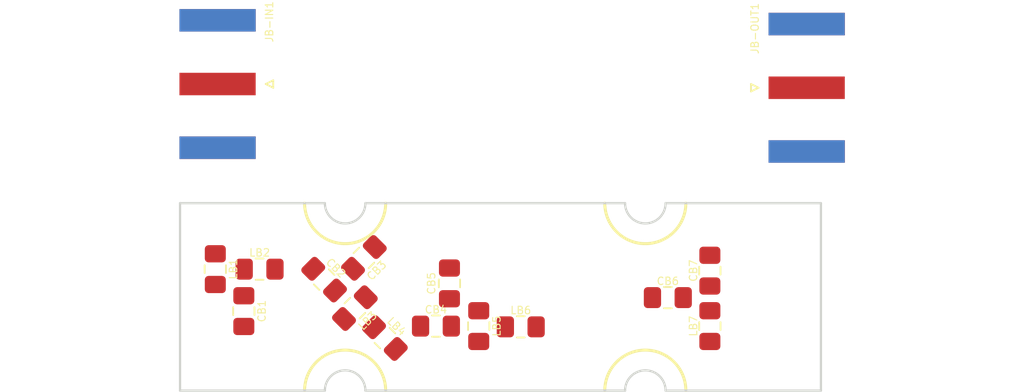
<source format=kicad_pcb>
(kicad_pcb (version 20171130) (host pcbnew "(5.0.2-5)-5")

  (general
    (thickness 1.6)
    (drawings 16)
    (tracks 0)
    (zones 0)
    (modules 16)
    (nets 9)
  )

  (page A4)
  (layers
    (0 F.Cu signal)
    (31 B.Cu signal)
    (32 B.Adhes user)
    (33 F.Adhes user)
    (34 B.Paste user)
    (35 F.Paste user)
    (36 B.SilkS user)
    (37 F.SilkS user)
    (38 B.Mask user)
    (39 F.Mask user)
    (40 Dwgs.User user)
    (41 Cmts.User user)
    (42 Eco1.User user)
    (43 Eco2.User user)
    (44 Edge.Cuts user)
    (45 Margin user)
    (46 B.CrtYd user)
    (47 F.CrtYd user)
    (48 B.Fab user)
    (49 F.Fab user)
  )

  (setup
    (last_trace_width 0.32)
    (trace_clearance 0.2)
    (zone_clearance 0.2)
    (zone_45_only no)
    (trace_min 0.2)
    (segment_width 0.2)
    (edge_width 0.15)
    (via_size 0.8)
    (via_drill 0.4)
    (via_min_size 0.4)
    (via_min_drill 0.3)
    (uvia_size 0.3)
    (uvia_drill 0.1)
    (uvias_allowed no)
    (uvia_min_size 0.2)
    (uvia_min_drill 0.1)
    (pcb_text_width 0.3)
    (pcb_text_size 1.5 1.5)
    (mod_edge_width 0.15)
    (mod_text_size 1 1)
    (mod_text_width 0.15)
    (pad_size 1 1)
    (pad_drill 0.65)
    (pad_to_mask_clearance 0.051)
    (solder_mask_min_width 0.25)
    (aux_axis_origin 0 0)
    (visible_elements FFFFFF7F)
    (pcbplotparams
      (layerselection 0x010fc_ffffffff)
      (usegerberextensions false)
      (usegerberattributes false)
      (usegerberadvancedattributes false)
      (creategerberjobfile false)
      (excludeedgelayer true)
      (linewidth 0.050000)
      (plotframeref false)
      (viasonmask false)
      (mode 1)
      (useauxorigin false)
      (hpglpennumber 1)
      (hpglpenspeed 20)
      (hpglpendiameter 15.000000)
      (psnegative false)
      (psa4output false)
      (plotreference true)
      (plotvalue true)
      (plotinvisibletext false)
      (padsonsilk false)
      (subtractmaskfromsilk false)
      (outputformat 1)
      (mirror false)
      (drillshape 1)
      (scaleselection 1)
      (outputdirectory ""))
  )

  (net 0 "")
  (net 1 "Net-(CB1-Pad1)")
  (net 2 GND)
  (net 3 "Net-(CB2-Pad2)")
  (net 4 "Net-(CB2-Pad1)")
  (net 5 "Net-(CB4-Pad1)")
  (net 6 "Net-(CB4-Pad2)")
  (net 7 "Net-(CB6-Pad2)")
  (net 8 "Net-(CB6-Pad1)")

  (net_class Default "This is the default net class."
    (clearance 0.2)
    (trace_width 0.32)
    (via_dia 0.8)
    (via_drill 0.4)
    (uvia_dia 0.3)
    (uvia_drill 0.1)
    (add_net GND)
    (add_net "Net-(CB1-Pad1)")
    (add_net "Net-(CB2-Pad1)")
    (add_net "Net-(CB2-Pad2)")
    (add_net "Net-(CB4-Pad1)")
    (add_net "Net-(CB4-Pad2)")
    (add_net "Net-(CB6-Pad1)")
    (add_net "Net-(CB6-Pad2)")
  )

  (module Connector_Coaxial:SMA_Amphenol_132289_EdgeMount (layer F.Cu) (tedit 5C750C86) (tstamp 5C818ED5)
    (at 52.6 36.65 180)
    (descr http://www.amphenolrf.com/132289.html)
    (tags SMA)
    (path /5C7503A2)
    (attr smd)
    (fp_text reference JB-IN1 (at -3.45 4.15 270) (layer F.SilkS)
      (effects (font (size 0.5 0.5) (thickness 0.07)))
    )
    (fp_text value Conn_Coaxial (at 5 6 180) (layer F.Fab) hide
      (effects (font (size 1 1) (thickness 0.15)))
    )
    (fp_line (start -3.71 0.25) (end -3.21 0) (layer F.SilkS) (width 0.12))
    (fp_line (start -3.71 -0.25) (end -3.71 0.25) (layer F.SilkS) (width 0.12))
    (fp_line (start -3.21 0) (end -3.71 -0.25) (layer F.SilkS) (width 0.12))
    (fp_line (start 3.54 0) (end 2.54 0.75) (layer F.Fab) (width 0.1))
    (fp_line (start 2.54 -0.75) (end 3.54 0) (layer F.Fab) (width 0.1))
    (fp_text user %R (at 4.79 0 90) (layer F.Fab) hide
      (effects (font (size 1 1) (thickness 0.15)))
    )
    (fp_line (start 14.47 -5.58) (end -3.04 -5.58) (layer F.CrtYd) (width 0.05))
    (fp_line (start 14.47 -5.58) (end 14.47 5.58) (layer F.CrtYd) (width 0.05))
    (fp_line (start 14.47 5.58) (end -3.04 5.58) (layer F.CrtYd) (width 0.05))
    (fp_line (start -3.04 5.58) (end -3.04 -5.58) (layer F.CrtYd) (width 0.05))
    (fp_line (start 14.47 -5.58) (end -3.04 -5.58) (layer B.CrtYd) (width 0.05))
    (fp_line (start 14.47 -5.58) (end 14.47 5.58) (layer B.CrtYd) (width 0.05))
    (fp_line (start 14.47 5.58) (end -3.04 5.58) (layer B.CrtYd) (width 0.05))
    (fp_line (start -3.04 5.58) (end -3.04 -5.58) (layer B.CrtYd) (width 0.05))
    (fp_line (start 4.445 -3.81) (end 13.97 -3.81) (layer F.Fab) (width 0.1))
    (fp_line (start 13.97 -3.81) (end 13.97 3.81) (layer F.Fab) (width 0.1))
    (fp_line (start 13.97 3.81) (end 4.445 3.81) (layer F.Fab) (width 0.1))
    (fp_line (start 4.445 5.08) (end 4.445 3.81) (layer F.Fab) (width 0.1))
    (fp_line (start 4.445 -3.81) (end 4.445 -5.08) (layer F.Fab) (width 0.1))
    (fp_line (start -1.91 -5.08) (end 4.445 -5.08) (layer F.Fab) (width 0.1))
    (fp_line (start -1.91 -5.08) (end -1.91 -3.81) (layer F.Fab) (width 0.1))
    (fp_line (start -1.91 -3.81) (end 2.54 -3.81) (layer F.Fab) (width 0.1))
    (fp_line (start 2.54 -3.81) (end 2.54 3.81) (layer F.Fab) (width 0.1))
    (fp_line (start 2.54 3.81) (end -1.91 3.81) (layer F.Fab) (width 0.1))
    (fp_line (start -1.91 3.81) (end -1.91 5.08) (layer F.Fab) (width 0.1))
    (fp_line (start -1.91 5.08) (end 4.445 5.08) (layer F.Fab) (width 0.1))
    (pad 2 smd rect (at 0 4.25 270) (size 1.5 5.08) (layers B.Cu B.Paste B.Mask)
      (net 2 GND))
    (pad 2 smd rect (at 0 -4.25 270) (size 1.5 5.08) (layers B.Cu B.Paste B.Mask)
      (net 2 GND))
    (pad 2 smd rect (at 0 4.25 270) (size 1.5 5.08) (layers F.Cu F.Paste F.Mask)
      (net 2 GND))
    (pad 2 smd rect (at 0 -4.25 270) (size 1.5 5.08) (layers F.Cu F.Paste F.Mask)
      (net 2 GND))
    (pad 1 smd rect (at 0 0 270) (size 1.5 5.08) (layers F.Cu F.Paste F.Mask)
      (net 1 "Net-(CB1-Pad1)"))
    (model ${KISYS3DMOD}/Connector_Coaxial.3dshapes/SMA_Amphenol_132289_EdgeMount.wrl
      (at (xyz 0 0 0))
      (scale (xyz 1 1 1))
      (rotate (xyz 0 0 0))
    )
  )

  (module Capacitor_SMD:C_0805_2012Metric_Pad1.15x1.40mm_HandSolder (layer F.Cu) (tedit 5C750C64) (tstamp 5C818E19)
    (at 54.35 51.8 270)
    (descr "Capacitor SMD 0805 (2012 Metric), square (rectangular) end terminal, IPC_7351 nominal with elongated pad for handsoldering. (Body size source: https://docs.google.com/spreadsheets/d/1BsfQQcO9C6DZCsRaXUlFlo91Tg2WpOkGARC1WS5S8t0/edit?usp=sharing), generated with kicad-footprint-generator")
    (tags "capacitor handsolder")
    (path /5C7504AF)
    (attr smd)
    (fp_text reference CB1 (at 0 -1.2 270) (layer F.SilkS)
      (effects (font (size 0.5 0.5) (thickness 0.07)))
    )
    (fp_text value C (at 0 1.65 270) (layer F.Fab) hide
      (effects (font (size 1 1) (thickness 0.15)))
    )
    (fp_line (start -1 0.6) (end -1 -0.6) (layer F.Fab) (width 0.1))
    (fp_line (start -1 -0.6) (end 1 -0.6) (layer F.Fab) (width 0.1))
    (fp_line (start 1 -0.6) (end 1 0.6) (layer F.Fab) (width 0.1))
    (fp_line (start 1 0.6) (end -1 0.6) (layer F.Fab) (width 0.1))
    (fp_line (start -0.261252 -0.71) (end 0.261252 -0.71) (layer F.SilkS) (width 0.12))
    (fp_line (start -0.261252 0.71) (end 0.261252 0.71) (layer F.SilkS) (width 0.12))
    (fp_line (start -1.85 0.95) (end -1.85 -0.95) (layer F.CrtYd) (width 0.05))
    (fp_line (start -1.85 -0.95) (end 1.85 -0.95) (layer F.CrtYd) (width 0.05))
    (fp_line (start 1.85 -0.95) (end 1.85 0.95) (layer F.CrtYd) (width 0.05))
    (fp_line (start 1.85 0.95) (end -1.85 0.95) (layer F.CrtYd) (width 0.05))
    (fp_text user %R (at 0 0 270) (layer F.Fab) hide
      (effects (font (size 0.5 0.5) (thickness 0.08)))
    )
    (pad 1 smd roundrect (at -1.025 0 270) (size 1.15 1.4) (layers F.Cu F.Paste F.Mask) (roundrect_rratio 0.217391)
      (net 1 "Net-(CB1-Pad1)"))
    (pad 2 smd roundrect (at 1.025 0 270) (size 1.15 1.4) (layers F.Cu F.Paste F.Mask) (roundrect_rratio 0.217391)
      (net 2 GND))
    (model ${KISYS3DMOD}/Capacitor_SMD.3dshapes/C_0805_2012Metric.wrl
      (at (xyz 0 0 0))
      (scale (xyz 1 1 1))
      (rotate (xyz 0 0 0))
    )
  )

  (module Capacitor_SMD:C_0805_2012Metric_Pad1.15x1.40mm_HandSolder (layer F.Cu) (tedit 5C750CC2) (tstamp 5C818E2A)
    (at 59.7 49.7 135)
    (descr "Capacitor SMD 0805 (2012 Metric), square (rectangular) end terminal, IPC_7351 nominal with elongated pad for handsoldering. (Body size source: https://docs.google.com/spreadsheets/d/1BsfQQcO9C6DZCsRaXUlFlo91Tg2WpOkGARC1WS5S8t0/edit?usp=sharing), generated with kicad-footprint-generator")
    (tags "capacitor handsolder")
    (path /5C750543)
    (attr smd)
    (fp_text reference CB2 (at 0 1.1 135) (layer F.SilkS)
      (effects (font (size 0.5 0.5) (thickness 0.07)))
    )
    (fp_text value C (at 0 1.65 135) (layer F.Fab) hide
      (effects (font (size 1 1) (thickness 0.15)))
    )
    (fp_text user %R (at 0 0 135) (layer F.Fab) hide
      (effects (font (size 0.5 0.5) (thickness 0.08)))
    )
    (fp_line (start 1.85 0.95) (end -1.85 0.95) (layer F.CrtYd) (width 0.05))
    (fp_line (start 1.85 -0.95) (end 1.85 0.95) (layer F.CrtYd) (width 0.05))
    (fp_line (start -1.85 -0.95) (end 1.85 -0.95) (layer F.CrtYd) (width 0.05))
    (fp_line (start -1.85 0.95) (end -1.85 -0.95) (layer F.CrtYd) (width 0.05))
    (fp_line (start -0.261252 0.71) (end 0.261252 0.71) (layer F.SilkS) (width 0.12))
    (fp_line (start -0.261252 -0.71) (end 0.261252 -0.71) (layer F.SilkS) (width 0.12))
    (fp_line (start 1 0.6) (end -1 0.6) (layer F.Fab) (width 0.1))
    (fp_line (start 1 -0.6) (end 1 0.6) (layer F.Fab) (width 0.1))
    (fp_line (start -1 -0.6) (end 1 -0.6) (layer F.Fab) (width 0.1))
    (fp_line (start -1 0.6) (end -1 -0.6) (layer F.Fab) (width 0.1))
    (pad 2 smd roundrect (at 1.024999 0 135) (size 1.15 1.4) (layers F.Cu F.Paste F.Mask) (roundrect_rratio 0.217391)
      (net 3 "Net-(CB2-Pad2)"))
    (pad 1 smd roundrect (at -1.024999 0 135) (size 1.15 1.4) (layers F.Cu F.Paste F.Mask) (roundrect_rratio 0.217391)
      (net 4 "Net-(CB2-Pad1)"))
    (model ${KISYS3DMOD}/Capacitor_SMD.3dshapes/C_0805_2012Metric.wrl
      (at (xyz 0 0 0))
      (scale (xyz 1 1 1))
      (rotate (xyz 0 0 0))
    )
  )

  (module Capacitor_SMD:C_0805_2012Metric_Pad1.15x1.40mm_HandSolder (layer F.Cu) (tedit 5C750CDD) (tstamp 5C818E3B)
    (at 62.35 48.25 45)
    (descr "Capacitor SMD 0805 (2012 Metric), square (rectangular) end terminal, IPC_7351 nominal with elongated pad for handsoldering. (Body size source: https://docs.google.com/spreadsheets/d/1BsfQQcO9C6DZCsRaXUlFlo91Tg2WpOkGARC1WS5S8t0/edit?usp=sharing), generated with kicad-footprint-generator")
    (tags "capacitor handsolder")
    (path /5C75AA28)
    (attr smd)
    (fp_text reference CB3 (at 0 1.2 45) (layer F.SilkS)
      (effects (font (size 0.5 0.5) (thickness 0.07)))
    )
    (fp_text value C (at 0 1.65 45) (layer F.Fab) hide
      (effects (font (size 1 1) (thickness 0.15)))
    )
    (fp_line (start -1 0.6) (end -1 -0.6) (layer F.Fab) (width 0.1))
    (fp_line (start -1 -0.6) (end 1 -0.6) (layer F.Fab) (width 0.1))
    (fp_line (start 1 -0.6) (end 1 0.6) (layer F.Fab) (width 0.1))
    (fp_line (start 1 0.6) (end -1 0.6) (layer F.Fab) (width 0.1))
    (fp_line (start -0.261252 -0.71) (end 0.261252 -0.71) (layer F.SilkS) (width 0.12))
    (fp_line (start -0.261252 0.71) (end 0.261252 0.71) (layer F.SilkS) (width 0.12))
    (fp_line (start -1.85 0.95) (end -1.85 -0.95) (layer F.CrtYd) (width 0.05))
    (fp_line (start -1.85 -0.95) (end 1.85 -0.95) (layer F.CrtYd) (width 0.05))
    (fp_line (start 1.85 -0.95) (end 1.85 0.95) (layer F.CrtYd) (width 0.05))
    (fp_line (start 1.85 0.95) (end -1.85 0.95) (layer F.CrtYd) (width 0.05))
    (fp_text user %R (at 0 0 45) (layer F.Fab) hide
      (effects (font (size 0.5 0.5) (thickness 0.08)))
    )
    (pad 1 smd roundrect (at -1.025 0 45) (size 1.15 1.4) (layers F.Cu F.Paste F.Mask) (roundrect_rratio 0.217391)
      (net 4 "Net-(CB2-Pad1)"))
    (pad 2 smd roundrect (at 1.025 0 45) (size 1.15 1.4) (layers F.Cu F.Paste F.Mask) (roundrect_rratio 0.217391)
      (net 2 GND))
    (model ${KISYS3DMOD}/Capacitor_SMD.3dshapes/C_0805_2012Metric.wrl
      (at (xyz 0 0 0))
      (scale (xyz 1 1 1))
      (rotate (xyz 0 0 0))
    )
  )

  (module Capacitor_SMD:C_0805_2012Metric_Pad1.15x1.40mm_HandSolder (layer F.Cu) (tedit 5C75104E) (tstamp 5C818E4C)
    (at 67.15 52.8 180)
    (descr "Capacitor SMD 0805 (2012 Metric), square (rectangular) end terminal, IPC_7351 nominal with elongated pad for handsoldering. (Body size source: https://docs.google.com/spreadsheets/d/1BsfQQcO9C6DZCsRaXUlFlo91Tg2WpOkGARC1WS5S8t0/edit?usp=sharing), generated with kicad-footprint-generator")
    (tags "capacitor handsolder")
    (path /5C75C952)
    (attr smd)
    (fp_text reference CB4 (at 0 1.1 180) (layer F.SilkS)
      (effects (font (size 0.5 0.5) (thickness 0.07)))
    )
    (fp_text value C (at 0 1.65 180) (layer F.Fab) hide
      (effects (font (size 1 1) (thickness 0.15)))
    )
    (fp_line (start -1 0.6) (end -1 -0.6) (layer F.Fab) (width 0.1))
    (fp_line (start -1 -0.6) (end 1 -0.6) (layer F.Fab) (width 0.1))
    (fp_line (start 1 -0.6) (end 1 0.6) (layer F.Fab) (width 0.1))
    (fp_line (start 1 0.6) (end -1 0.6) (layer F.Fab) (width 0.1))
    (fp_line (start -0.261252 -0.71) (end 0.261252 -0.71) (layer F.SilkS) (width 0.12))
    (fp_line (start -0.261252 0.71) (end 0.261252 0.71) (layer F.SilkS) (width 0.12))
    (fp_line (start -1.85 0.95) (end -1.85 -0.95) (layer F.CrtYd) (width 0.05))
    (fp_line (start -1.85 -0.95) (end 1.85 -0.95) (layer F.CrtYd) (width 0.05))
    (fp_line (start 1.85 -0.95) (end 1.85 0.95) (layer F.CrtYd) (width 0.05))
    (fp_line (start 1.85 0.95) (end -1.85 0.95) (layer F.CrtYd) (width 0.05))
    (fp_text user %R (at 0 0 180) (layer F.Fab) hide
      (effects (font (size 0.5 0.5) (thickness 0.08)))
    )
    (pad 1 smd roundrect (at -1.025 0 180) (size 1.15 1.4) (layers F.Cu F.Paste F.Mask) (roundrect_rratio 0.217391)
      (net 5 "Net-(CB4-Pad1)"))
    (pad 2 smd roundrect (at 1.025 0 180) (size 1.15 1.4) (layers F.Cu F.Paste F.Mask) (roundrect_rratio 0.217391)
      (net 6 "Net-(CB4-Pad2)"))
    (model ${KISYS3DMOD}/Capacitor_SMD.3dshapes/C_0805_2012Metric.wrl
      (at (xyz 0 0 0))
      (scale (xyz 1 1 1))
      (rotate (xyz 0 0 0))
    )
  )

  (module Capacitor_SMD:C_0805_2012Metric_Pad1.15x1.40mm_HandSolder (layer F.Cu) (tedit 5C751053) (tstamp 5C818E5D)
    (at 68.05 49.95 90)
    (descr "Capacitor SMD 0805 (2012 Metric), square (rectangular) end terminal, IPC_7351 nominal with elongated pad for handsoldering. (Body size source: https://docs.google.com/spreadsheets/d/1BsfQQcO9C6DZCsRaXUlFlo91Tg2WpOkGARC1WS5S8t0/edit?usp=sharing), generated with kicad-footprint-generator")
    (tags "capacitor handsolder")
    (path /5C75AA5B)
    (attr smd)
    (fp_text reference CB5 (at 0 -1.2 90) (layer F.SilkS)
      (effects (font (size 0.5 0.5) (thickness 0.07)))
    )
    (fp_text value C (at 0 1.65 90) (layer F.Fab) hide
      (effects (font (size 1 1) (thickness 0.15)))
    )
    (fp_text user %R (at 0 0 90) (layer F.Fab) hide
      (effects (font (size 0.5 0.5) (thickness 0.08)))
    )
    (fp_line (start 1.85 0.95) (end -1.85 0.95) (layer F.CrtYd) (width 0.05))
    (fp_line (start 1.85 -0.95) (end 1.85 0.95) (layer F.CrtYd) (width 0.05))
    (fp_line (start -1.85 -0.95) (end 1.85 -0.95) (layer F.CrtYd) (width 0.05))
    (fp_line (start -1.85 0.95) (end -1.85 -0.95) (layer F.CrtYd) (width 0.05))
    (fp_line (start -0.261252 0.71) (end 0.261252 0.71) (layer F.SilkS) (width 0.12))
    (fp_line (start -0.261252 -0.71) (end 0.261252 -0.71) (layer F.SilkS) (width 0.12))
    (fp_line (start 1 0.6) (end -1 0.6) (layer F.Fab) (width 0.1))
    (fp_line (start 1 -0.6) (end 1 0.6) (layer F.Fab) (width 0.1))
    (fp_line (start -1 -0.6) (end 1 -0.6) (layer F.Fab) (width 0.1))
    (fp_line (start -1 0.6) (end -1 -0.6) (layer F.Fab) (width 0.1))
    (pad 2 smd roundrect (at 1.025 0 90) (size 1.15 1.4) (layers F.Cu F.Paste F.Mask) (roundrect_rratio 0.217391)
      (net 2 GND))
    (pad 1 smd roundrect (at -1.025 0 90) (size 1.15 1.4) (layers F.Cu F.Paste F.Mask) (roundrect_rratio 0.217391)
      (net 5 "Net-(CB4-Pad1)"))
    (model ${KISYS3DMOD}/Capacitor_SMD.3dshapes/C_0805_2012Metric.wrl
      (at (xyz 0 0 0))
      (scale (xyz 1 1 1))
      (rotate (xyz 0 0 0))
    )
  )

  (module Capacitor_SMD:C_0805_2012Metric_Pad1.15x1.40mm_HandSolder (layer F.Cu) (tedit 5C751067) (tstamp 5C818E6E)
    (at 82.6 50.9 180)
    (descr "Capacitor SMD 0805 (2012 Metric), square (rectangular) end terminal, IPC_7351 nominal with elongated pad for handsoldering. (Body size source: https://docs.google.com/spreadsheets/d/1BsfQQcO9C6DZCsRaXUlFlo91Tg2WpOkGARC1WS5S8t0/edit?usp=sharing), generated with kicad-footprint-generator")
    (tags "capacitor handsolder")
    (path /5C75C9C3)
    (attr smd)
    (fp_text reference CB6 (at 0 1.1 180) (layer F.SilkS)
      (effects (font (size 0.5 0.5) (thickness 0.07)))
    )
    (fp_text value C (at 0 1.65 180) (layer F.Fab) hide
      (effects (font (size 1 1) (thickness 0.15)))
    )
    (fp_text user %R (at 0 0 180) (layer F.Fab) hide
      (effects (font (size 0.5 0.5) (thickness 0.08)))
    )
    (fp_line (start 1.85 0.95) (end -1.85 0.95) (layer F.CrtYd) (width 0.05))
    (fp_line (start 1.85 -0.95) (end 1.85 0.95) (layer F.CrtYd) (width 0.05))
    (fp_line (start -1.85 -0.95) (end 1.85 -0.95) (layer F.CrtYd) (width 0.05))
    (fp_line (start -1.85 0.95) (end -1.85 -0.95) (layer F.CrtYd) (width 0.05))
    (fp_line (start -0.261252 0.71) (end 0.261252 0.71) (layer F.SilkS) (width 0.12))
    (fp_line (start -0.261252 -0.71) (end 0.261252 -0.71) (layer F.SilkS) (width 0.12))
    (fp_line (start 1 0.6) (end -1 0.6) (layer F.Fab) (width 0.1))
    (fp_line (start 1 -0.6) (end 1 0.6) (layer F.Fab) (width 0.1))
    (fp_line (start -1 -0.6) (end 1 -0.6) (layer F.Fab) (width 0.1))
    (fp_line (start -1 0.6) (end -1 -0.6) (layer F.Fab) (width 0.1))
    (pad 2 smd roundrect (at 1.025 0 180) (size 1.15 1.4) (layers F.Cu F.Paste F.Mask) (roundrect_rratio 0.217391)
      (net 7 "Net-(CB6-Pad2)"))
    (pad 1 smd roundrect (at -1.025 0 180) (size 1.15 1.4) (layers F.Cu F.Paste F.Mask) (roundrect_rratio 0.217391)
      (net 8 "Net-(CB6-Pad1)"))
    (model ${KISYS3DMOD}/Capacitor_SMD.3dshapes/C_0805_2012Metric.wrl
      (at (xyz 0 0 0))
      (scale (xyz 1 1 1))
      (rotate (xyz 0 0 0))
    )
  )

  (module Connector_Coaxial:SMA_Amphenol_132289_EdgeMount (layer F.Cu) (tedit 5C75107C) (tstamp 5C818EF8)
    (at 91.85 36.9)
    (descr http://www.amphenolrf.com/132289.html)
    (tags SMA)
    (path /5C750ABF)
    (attr smd)
    (fp_text reference JB-OUT1 (at -3.45 -3.95 90) (layer F.SilkS)
      (effects (font (size 0.5 0.5) (thickness 0.07)))
    )
    (fp_text value Conn_Coaxial (at 5 6) (layer F.Fab) hide
      (effects (font (size 1 1) (thickness 0.15)))
    )
    (fp_line (start -1.91 5.08) (end 4.445 5.08) (layer F.Fab) (width 0.1))
    (fp_line (start -1.91 3.81) (end -1.91 5.08) (layer F.Fab) (width 0.1))
    (fp_line (start 2.54 3.81) (end -1.91 3.81) (layer F.Fab) (width 0.1))
    (fp_line (start 2.54 -3.81) (end 2.54 3.81) (layer F.Fab) (width 0.1))
    (fp_line (start -1.91 -3.81) (end 2.54 -3.81) (layer F.Fab) (width 0.1))
    (fp_line (start -1.91 -5.08) (end -1.91 -3.81) (layer F.Fab) (width 0.1))
    (fp_line (start -1.91 -5.08) (end 4.445 -5.08) (layer F.Fab) (width 0.1))
    (fp_line (start 4.445 -3.81) (end 4.445 -5.08) (layer F.Fab) (width 0.1))
    (fp_line (start 4.445 5.08) (end 4.445 3.81) (layer F.Fab) (width 0.1))
    (fp_line (start 13.97 3.81) (end 4.445 3.81) (layer F.Fab) (width 0.1))
    (fp_line (start 13.97 -3.81) (end 13.97 3.81) (layer F.Fab) (width 0.1))
    (fp_line (start 4.445 -3.81) (end 13.97 -3.81) (layer F.Fab) (width 0.1))
    (fp_line (start -3.04 5.58) (end -3.04 -5.58) (layer B.CrtYd) (width 0.05))
    (fp_line (start 14.47 5.58) (end -3.04 5.58) (layer B.CrtYd) (width 0.05))
    (fp_line (start 14.47 -5.58) (end 14.47 5.58) (layer B.CrtYd) (width 0.05))
    (fp_line (start 14.47 -5.58) (end -3.04 -5.58) (layer B.CrtYd) (width 0.05))
    (fp_line (start -3.04 5.58) (end -3.04 -5.58) (layer F.CrtYd) (width 0.05))
    (fp_line (start 14.47 5.58) (end -3.04 5.58) (layer F.CrtYd) (width 0.05))
    (fp_line (start 14.47 -5.58) (end 14.47 5.58) (layer F.CrtYd) (width 0.05))
    (fp_line (start 14.47 -5.58) (end -3.04 -5.58) (layer F.CrtYd) (width 0.05))
    (fp_text user %R (at 4.79 0 -90) (layer F.Fab) hide
      (effects (font (size 1 1) (thickness 0.15)))
    )
    (fp_line (start 2.54 -0.75) (end 3.54 0) (layer F.Fab) (width 0.1))
    (fp_line (start 3.54 0) (end 2.54 0.75) (layer F.Fab) (width 0.1))
    (fp_line (start -3.21 0) (end -3.71 -0.25) (layer F.SilkS) (width 0.12))
    (fp_line (start -3.71 -0.25) (end -3.71 0.25) (layer F.SilkS) (width 0.12))
    (fp_line (start -3.71 0.25) (end -3.21 0) (layer F.SilkS) (width 0.12))
    (pad 1 smd rect (at 0 0 90) (size 1.5 5.08) (layers F.Cu F.Paste F.Mask)
      (net 8 "Net-(CB6-Pad1)"))
    (pad 2 smd rect (at 0 -4.25 90) (size 1.5 5.08) (layers F.Cu F.Paste F.Mask)
      (net 2 GND))
    (pad 2 smd rect (at 0 4.25 90) (size 1.5 5.08) (layers F.Cu F.Paste F.Mask)
      (net 2 GND))
    (pad 2 smd rect (at 0 -4.25 90) (size 1.5 5.08) (layers B.Cu B.Paste B.Mask)
      (net 2 GND))
    (pad 2 smd rect (at 0 4.25 90) (size 1.5 5.08) (layers B.Cu B.Paste B.Mask)
      (net 2 GND))
    (model ${KISYS3DMOD}/Connector_Coaxial.3dshapes/SMA_Amphenol_132289_EdgeMount.wrl
      (at (xyz 0 0 0))
      (scale (xyz 1 1 1))
      (rotate (xyz 0 0 0))
    )
  )

  (module Inductor_SMD:L_0805_2012Metric_Pad1.15x1.40mm_HandSolder (layer F.Cu) (tedit 5C750C72) (tstamp 5C818F4F)
    (at 52.45 49 90)
    (descr "Capacitor SMD 0805 (2012 Metric), square (rectangular) end terminal, IPC_7351 nominal with elongated pad for handsoldering. (Body size source: https://docs.google.com/spreadsheets/d/1BsfQQcO9C6DZCsRaXUlFlo91Tg2WpOkGARC1WS5S8t0/edit?usp=sharing), generated with kicad-footprint-generator")
    (tags "inductor handsolder")
    (path /5C75045A)
    (attr smd)
    (fp_text reference LB1 (at 0 1.2 90) (layer F.SilkS)
      (effects (font (size 0.5 0.5) (thickness 0.07)))
    )
    (fp_text value L (at 0 1.65 90) (layer F.Fab) hide
      (effects (font (size 1 1) (thickness 0.15)))
    )
    (fp_line (start -1 0.6) (end -1 -0.6) (layer F.Fab) (width 0.1))
    (fp_line (start -1 -0.6) (end 1 -0.6) (layer F.Fab) (width 0.1))
    (fp_line (start 1 -0.6) (end 1 0.6) (layer F.Fab) (width 0.1))
    (fp_line (start 1 0.6) (end -1 0.6) (layer F.Fab) (width 0.1))
    (fp_line (start -0.261252 -0.71) (end 0.261252 -0.71) (layer F.SilkS) (width 0.12))
    (fp_line (start -0.261252 0.71) (end 0.261252 0.71) (layer F.SilkS) (width 0.12))
    (fp_line (start -1.85 0.95) (end -1.85 -0.95) (layer F.CrtYd) (width 0.05))
    (fp_line (start -1.85 -0.95) (end 1.85 -0.95) (layer F.CrtYd) (width 0.05))
    (fp_line (start 1.85 -0.95) (end 1.85 0.95) (layer F.CrtYd) (width 0.05))
    (fp_line (start 1.85 0.95) (end -1.85 0.95) (layer F.CrtYd) (width 0.05))
    (fp_text user %R (at 0 0 90) (layer F.Fab) hide
      (effects (font (size 0.5 0.5) (thickness 0.08)))
    )
    (pad 1 smd roundrect (at -1.025 0 90) (size 1.15 1.4) (layers F.Cu F.Paste F.Mask) (roundrect_rratio 0.217391)
      (net 1 "Net-(CB1-Pad1)"))
    (pad 2 smd roundrect (at 1.025 0 90) (size 1.15 1.4) (layers F.Cu F.Paste F.Mask) (roundrect_rratio 0.217391)
      (net 2 GND))
    (model ${KISYS3DMOD}/Inductor_SMD.3dshapes/L_0805_2012Metric.wrl
      (at (xyz 0 0 0))
      (scale (xyz 1 1 1))
      (rotate (xyz 0 0 0))
    )
  )

  (module Inductor_SMD:L_0805_2012Metric_Pad1.15x1.40mm_HandSolder (layer F.Cu) (tedit 5C750C6A) (tstamp 5C818F60)
    (at 55.4 49)
    (descr "Capacitor SMD 0805 (2012 Metric), square (rectangular) end terminal, IPC_7351 nominal with elongated pad for handsoldering. (Body size source: https://docs.google.com/spreadsheets/d/1BsfQQcO9C6DZCsRaXUlFlo91Tg2WpOkGARC1WS5S8t0/edit?usp=sharing), generated with kicad-footprint-generator")
    (tags "inductor handsolder")
    (path /5C75059B)
    (attr smd)
    (fp_text reference LB2 (at 0 -1.1) (layer F.SilkS)
      (effects (font (size 0.5 0.5) (thickness 0.07)))
    )
    (fp_text value L (at 0 1.65) (layer F.Fab) hide
      (effects (font (size 1 1) (thickness 0.15)))
    )
    (fp_text user %R (at 0 0) (layer F.Fab) hide
      (effects (font (size 0.5 0.5) (thickness 0.08)))
    )
    (fp_line (start 1.85 0.95) (end -1.85 0.95) (layer F.CrtYd) (width 0.05))
    (fp_line (start 1.85 -0.95) (end 1.85 0.95) (layer F.CrtYd) (width 0.05))
    (fp_line (start -1.85 -0.95) (end 1.85 -0.95) (layer F.CrtYd) (width 0.05))
    (fp_line (start -1.85 0.95) (end -1.85 -0.95) (layer F.CrtYd) (width 0.05))
    (fp_line (start -0.261252 0.71) (end 0.261252 0.71) (layer F.SilkS) (width 0.12))
    (fp_line (start -0.261252 -0.71) (end 0.261252 -0.71) (layer F.SilkS) (width 0.12))
    (fp_line (start 1 0.6) (end -1 0.6) (layer F.Fab) (width 0.1))
    (fp_line (start 1 -0.6) (end 1 0.6) (layer F.Fab) (width 0.1))
    (fp_line (start -1 -0.6) (end 1 -0.6) (layer F.Fab) (width 0.1))
    (fp_line (start -1 0.6) (end -1 -0.6) (layer F.Fab) (width 0.1))
    (pad 2 smd roundrect (at 1.025 0) (size 1.15 1.4) (layers F.Cu F.Paste F.Mask) (roundrect_rratio 0.217391)
      (net 3 "Net-(CB2-Pad2)"))
    (pad 1 smd roundrect (at -1.025 0) (size 1.15 1.4) (layers F.Cu F.Paste F.Mask) (roundrect_rratio 0.217391)
      (net 1 "Net-(CB1-Pad1)"))
    (model ${KISYS3DMOD}/Inductor_SMD.3dshapes/L_0805_2012Metric.wrl
      (at (xyz 0 0 0))
      (scale (xyz 1 1 1))
      (rotate (xyz 0 0 0))
    )
  )

  (module Inductor_SMD:L_0805_2012Metric_Pad1.15x1.40mm_HandSolder (layer F.Cu) (tedit 5C750CCD) (tstamp 5C818F71)
    (at 61.75 51.6 225)
    (descr "Capacitor SMD 0805 (2012 Metric), square (rectangular) end terminal, IPC_7351 nominal with elongated pad for handsoldering. (Body size source: https://docs.google.com/spreadsheets/d/1BsfQQcO9C6DZCsRaXUlFlo91Tg2WpOkGARC1WS5S8t0/edit?usp=sharing), generated with kicad-footprint-generator")
    (tags "inductor handsolder")
    (path /5C75A9C2)
    (attr smd)
    (fp_text reference LB3 (at 0 -1.2 225) (layer F.SilkS)
      (effects (font (size 0.5 0.5) (thickness 0.07)))
    )
    (fp_text value L (at 0 1.65 225) (layer F.Fab) hide
      (effects (font (size 1 1) (thickness 0.15)))
    )
    (fp_line (start -1 0.6) (end -1 -0.6) (layer F.Fab) (width 0.1))
    (fp_line (start -1 -0.6) (end 1 -0.6) (layer F.Fab) (width 0.1))
    (fp_line (start 1 -0.6) (end 1 0.6) (layer F.Fab) (width 0.1))
    (fp_line (start 1 0.6) (end -1 0.6) (layer F.Fab) (width 0.1))
    (fp_line (start -0.261252 -0.71) (end 0.261252 -0.71) (layer F.SilkS) (width 0.12))
    (fp_line (start -0.261252 0.71) (end 0.261252 0.71) (layer F.SilkS) (width 0.12))
    (fp_line (start -1.85 0.95) (end -1.85 -0.95) (layer F.CrtYd) (width 0.05))
    (fp_line (start -1.85 -0.95) (end 1.85 -0.95) (layer F.CrtYd) (width 0.05))
    (fp_line (start 1.85 -0.95) (end 1.85 0.95) (layer F.CrtYd) (width 0.05))
    (fp_line (start 1.85 0.95) (end -1.85 0.95) (layer F.CrtYd) (width 0.05))
    (fp_text user %R (at 0 0 225) (layer F.Fab) hide
      (effects (font (size 0.5 0.5) (thickness 0.08)))
    )
    (pad 1 smd roundrect (at -1.025 0 225) (size 1.15 1.4) (layers F.Cu F.Paste F.Mask) (roundrect_rratio 0.217391)
      (net 4 "Net-(CB2-Pad1)"))
    (pad 2 smd roundrect (at 1.025 0 225) (size 1.15 1.4) (layers F.Cu F.Paste F.Mask) (roundrect_rratio 0.217391)
      (net 2 GND))
    (model ${KISYS3DMOD}/Inductor_SMD.3dshapes/L_0805_2012Metric.wrl
      (at (xyz 0 0 0))
      (scale (xyz 1 1 1))
      (rotate (xyz 0 0 0))
    )
  )

  (module Inductor_SMD:L_0805_2012Metric_Pad1.15x1.40mm_HandSolder (layer F.Cu) (tedit 5C750CF2) (tstamp 5C818F82)
    (at 63.75 53.6 315)
    (descr "Capacitor SMD 0805 (2012 Metric), square (rectangular) end terminal, IPC_7351 nominal with elongated pad for handsoldering. (Body size source: https://docs.google.com/spreadsheets/d/1BsfQQcO9C6DZCsRaXUlFlo91Tg2WpOkGARC1WS5S8t0/edit?usp=sharing), generated with kicad-footprint-generator")
    (tags "inductor handsolder")
    (path /5C75BB96)
    (attr smd)
    (fp_text reference LB4 (at 0 -1.1 315) (layer F.SilkS)
      (effects (font (size 0.5 0.5) (thickness 0.07)))
    )
    (fp_text value L (at 0 1.65 315) (layer F.Fab) hide
      (effects (font (size 1 1) (thickness 0.15)))
    )
    (fp_line (start -1 0.6) (end -1 -0.6) (layer F.Fab) (width 0.1))
    (fp_line (start -1 -0.6) (end 1 -0.6) (layer F.Fab) (width 0.1))
    (fp_line (start 1 -0.6) (end 1 0.6) (layer F.Fab) (width 0.1))
    (fp_line (start 1 0.6) (end -1 0.6) (layer F.Fab) (width 0.1))
    (fp_line (start -0.261252 -0.71) (end 0.261252 -0.71) (layer F.SilkS) (width 0.12))
    (fp_line (start -0.261252 0.71) (end 0.261252 0.71) (layer F.SilkS) (width 0.12))
    (fp_line (start -1.85 0.95) (end -1.85 -0.95) (layer F.CrtYd) (width 0.05))
    (fp_line (start -1.85 -0.95) (end 1.85 -0.95) (layer F.CrtYd) (width 0.05))
    (fp_line (start 1.85 -0.95) (end 1.85 0.95) (layer F.CrtYd) (width 0.05))
    (fp_line (start 1.85 0.95) (end -1.85 0.95) (layer F.CrtYd) (width 0.05))
    (fp_text user %R (at 0 0 315) (layer F.Fab) hide
      (effects (font (size 0.5 0.5) (thickness 0.08)))
    )
    (pad 1 smd roundrect (at -1.025 0 315) (size 1.15 1.4) (layers F.Cu F.Paste F.Mask) (roundrect_rratio 0.217391)
      (net 4 "Net-(CB2-Pad1)"))
    (pad 2 smd roundrect (at 1.025 0 315) (size 1.15 1.4) (layers F.Cu F.Paste F.Mask) (roundrect_rratio 0.217391)
      (net 6 "Net-(CB4-Pad2)"))
    (model ${KISYS3DMOD}/Inductor_SMD.3dshapes/L_0805_2012Metric.wrl
      (at (xyz 0 0 0))
      (scale (xyz 1 1 1))
      (rotate (xyz 0 0 0))
    )
  )

  (module Inductor_SMD:L_0805_2012Metric_Pad1.15x1.40mm_HandSolder (layer F.Cu) (tedit 5C751059) (tstamp 5C818F93)
    (at 70 52.8 90)
    (descr "Capacitor SMD 0805 (2012 Metric), square (rectangular) end terminal, IPC_7351 nominal with elongated pad for handsoldering. (Body size source: https://docs.google.com/spreadsheets/d/1BsfQQcO9C6DZCsRaXUlFlo91Tg2WpOkGARC1WS5S8t0/edit?usp=sharing), generated with kicad-footprint-generator")
    (tags "inductor handsolder")
    (path /5C75A9F8)
    (attr smd)
    (fp_text reference LB5 (at 0 1.2 90) (layer F.SilkS)
      (effects (font (size 0.5 0.5) (thickness 0.07)))
    )
    (fp_text value L (at 0 1.65 90) (layer F.Fab) hide
      (effects (font (size 1 1) (thickness 0.15)))
    )
    (fp_text user %R (at 0 0 90) (layer F.Fab) hide
      (effects (font (size 0.5 0.5) (thickness 0.08)))
    )
    (fp_line (start 1.85 0.95) (end -1.85 0.95) (layer F.CrtYd) (width 0.05))
    (fp_line (start 1.85 -0.95) (end 1.85 0.95) (layer F.CrtYd) (width 0.05))
    (fp_line (start -1.85 -0.95) (end 1.85 -0.95) (layer F.CrtYd) (width 0.05))
    (fp_line (start -1.85 0.95) (end -1.85 -0.95) (layer F.CrtYd) (width 0.05))
    (fp_line (start -0.261252 0.71) (end 0.261252 0.71) (layer F.SilkS) (width 0.12))
    (fp_line (start -0.261252 -0.71) (end 0.261252 -0.71) (layer F.SilkS) (width 0.12))
    (fp_line (start 1 0.6) (end -1 0.6) (layer F.Fab) (width 0.1))
    (fp_line (start 1 -0.6) (end 1 0.6) (layer F.Fab) (width 0.1))
    (fp_line (start -1 -0.6) (end 1 -0.6) (layer F.Fab) (width 0.1))
    (fp_line (start -1 0.6) (end -1 -0.6) (layer F.Fab) (width 0.1))
    (pad 2 smd roundrect (at 1.025 0 90) (size 1.15 1.4) (layers F.Cu F.Paste F.Mask) (roundrect_rratio 0.217391)
      (net 2 GND))
    (pad 1 smd roundrect (at -1.025 0 90) (size 1.15 1.4) (layers F.Cu F.Paste F.Mask) (roundrect_rratio 0.217391)
      (net 5 "Net-(CB4-Pad1)"))
    (model ${KISYS3DMOD}/Inductor_SMD.3dshapes/L_0805_2012Metric.wrl
      (at (xyz 0 0 0))
      (scale (xyz 1 1 1))
      (rotate (xyz 0 0 0))
    )
  )

  (module Inductor_SMD:L_0805_2012Metric_Pad1.15x1.40mm_HandSolder (layer F.Cu) (tedit 5C751060) (tstamp 5C818FA4)
    (at 72.8 52.85)
    (descr "Capacitor SMD 0805 (2012 Metric), square (rectangular) end terminal, IPC_7351 nominal with elongated pad for handsoldering. (Body size source: https://docs.google.com/spreadsheets/d/1BsfQQcO9C6DZCsRaXUlFlo91Tg2WpOkGARC1WS5S8t0/edit?usp=sharing), generated with kicad-footprint-generator")
    (tags "inductor handsolder")
    (path /5C75C98D)
    (attr smd)
    (fp_text reference LB6 (at 0 -1.1) (layer F.SilkS)
      (effects (font (size 0.5 0.5) (thickness 0.07)))
    )
    (fp_text value L (at 0 1.65) (layer F.Fab) hide
      (effects (font (size 1 1) (thickness 0.15)))
    )
    (fp_text user %R (at 0 0) (layer F.Fab) hide
      (effects (font (size 0.5 0.5) (thickness 0.08)))
    )
    (fp_line (start 1.85 0.95) (end -1.85 0.95) (layer F.CrtYd) (width 0.05))
    (fp_line (start 1.85 -0.95) (end 1.85 0.95) (layer F.CrtYd) (width 0.05))
    (fp_line (start -1.85 -0.95) (end 1.85 -0.95) (layer F.CrtYd) (width 0.05))
    (fp_line (start -1.85 0.95) (end -1.85 -0.95) (layer F.CrtYd) (width 0.05))
    (fp_line (start -0.261252 0.71) (end 0.261252 0.71) (layer F.SilkS) (width 0.12))
    (fp_line (start -0.261252 -0.71) (end 0.261252 -0.71) (layer F.SilkS) (width 0.12))
    (fp_line (start 1 0.6) (end -1 0.6) (layer F.Fab) (width 0.1))
    (fp_line (start 1 -0.6) (end 1 0.6) (layer F.Fab) (width 0.1))
    (fp_line (start -1 -0.6) (end 1 -0.6) (layer F.Fab) (width 0.1))
    (fp_line (start -1 0.6) (end -1 -0.6) (layer F.Fab) (width 0.1))
    (pad 2 smd roundrect (at 1.025 0) (size 1.15 1.4) (layers F.Cu F.Paste F.Mask) (roundrect_rratio 0.217391)
      (net 7 "Net-(CB6-Pad2)"))
    (pad 1 smd roundrect (at -1.025 0) (size 1.15 1.4) (layers F.Cu F.Paste F.Mask) (roundrect_rratio 0.217391)
      (net 5 "Net-(CB4-Pad1)"))
    (model ${KISYS3DMOD}/Inductor_SMD.3dshapes/L_0805_2012Metric.wrl
      (at (xyz 0 0 0))
      (scale (xyz 1 1 1))
      (rotate (xyz 0 0 0))
    )
  )

  (module Capacitor_SMD:C_0805_2012Metric_Pad1.15x1.40mm_HandSolder (layer F.Cu) (tedit 5C751074) (tstamp 5C819F98)
    (at 85.4 49.1 90)
    (descr "Capacitor SMD 0805 (2012 Metric), square (rectangular) end terminal, IPC_7351 nominal with elongated pad for handsoldering. (Body size source: https://docs.google.com/spreadsheets/d/1BsfQQcO9C6DZCsRaXUlFlo91Tg2WpOkGARC1WS5S8t0/edit?usp=sharing), generated with kicad-footprint-generator")
    (tags "capacitor handsolder")
    (path /5C7849BC)
    (attr smd)
    (fp_text reference CB7 (at 0 -1.1 90) (layer F.SilkS)
      (effects (font (size 0.5 0.5) (thickness 0.07)))
    )
    (fp_text value C (at 0 1.65 90) (layer F.Fab) hide
      (effects (font (size 1 1) (thickness 0.15)))
    )
    (fp_line (start -1 0.6) (end -1 -0.6) (layer F.Fab) (width 0.1))
    (fp_line (start -1 -0.6) (end 1 -0.6) (layer F.Fab) (width 0.1))
    (fp_line (start 1 -0.6) (end 1 0.6) (layer F.Fab) (width 0.1))
    (fp_line (start 1 0.6) (end -1 0.6) (layer F.Fab) (width 0.1))
    (fp_line (start -0.261252 -0.71) (end 0.261252 -0.71) (layer F.SilkS) (width 0.12))
    (fp_line (start -0.261252 0.71) (end 0.261252 0.71) (layer F.SilkS) (width 0.12))
    (fp_line (start -1.85 0.95) (end -1.85 -0.95) (layer F.CrtYd) (width 0.05))
    (fp_line (start -1.85 -0.95) (end 1.85 -0.95) (layer F.CrtYd) (width 0.05))
    (fp_line (start 1.85 -0.95) (end 1.85 0.95) (layer F.CrtYd) (width 0.05))
    (fp_line (start 1.85 0.95) (end -1.85 0.95) (layer F.CrtYd) (width 0.05))
    (fp_text user %R (at 0 0 90) (layer F.Fab) hide
      (effects (font (size 0.5 0.5) (thickness 0.08)))
    )
    (pad 1 smd roundrect (at -1.025 0 90) (size 1.15 1.4) (layers F.Cu F.Paste F.Mask) (roundrect_rratio 0.217391)
      (net 8 "Net-(CB6-Pad1)"))
    (pad 2 smd roundrect (at 1.025 0 90) (size 1.15 1.4) (layers F.Cu F.Paste F.Mask) (roundrect_rratio 0.217391)
      (net 2 GND))
    (model ${KISYS3DMOD}/Capacitor_SMD.3dshapes/C_0805_2012Metric.wrl
      (at (xyz 0 0 0))
      (scale (xyz 1 1 1))
      (rotate (xyz 0 0 0))
    )
  )

  (module Inductor_SMD:L_0805_2012Metric_Pad1.15x1.40mm_HandSolder (layer F.Cu) (tedit 5C751071) (tstamp 5C819FA9)
    (at 85.4 52.8 270)
    (descr "Capacitor SMD 0805 (2012 Metric), square (rectangular) end terminal, IPC_7351 nominal with elongated pad for handsoldering. (Body size source: https://docs.google.com/spreadsheets/d/1BsfQQcO9C6DZCsRaXUlFlo91Tg2WpOkGARC1WS5S8t0/edit?usp=sharing), generated with kicad-footprint-generator")
    (tags "inductor handsolder")
    (path /5C78496B)
    (attr smd)
    (fp_text reference LB7 (at 0 1.1 270) (layer F.SilkS)
      (effects (font (size 0.5 0.5) (thickness 0.07)))
    )
    (fp_text value L (at 0 1.65 270) (layer F.Fab) hide
      (effects (font (size 1 1) (thickness 0.15)))
    )
    (fp_line (start -1 0.6) (end -1 -0.6) (layer F.Fab) (width 0.1))
    (fp_line (start -1 -0.6) (end 1 -0.6) (layer F.Fab) (width 0.1))
    (fp_line (start 1 -0.6) (end 1 0.6) (layer F.Fab) (width 0.1))
    (fp_line (start 1 0.6) (end -1 0.6) (layer F.Fab) (width 0.1))
    (fp_line (start -0.261252 -0.71) (end 0.261252 -0.71) (layer F.SilkS) (width 0.12))
    (fp_line (start -0.261252 0.71) (end 0.261252 0.71) (layer F.SilkS) (width 0.12))
    (fp_line (start -1.85 0.95) (end -1.85 -0.95) (layer F.CrtYd) (width 0.05))
    (fp_line (start -1.85 -0.95) (end 1.85 -0.95) (layer F.CrtYd) (width 0.05))
    (fp_line (start 1.85 -0.95) (end 1.85 0.95) (layer F.CrtYd) (width 0.05))
    (fp_line (start 1.85 0.95) (end -1.85 0.95) (layer F.CrtYd) (width 0.05))
    (fp_text user %R (at 0 0 270) (layer F.Fab) hide
      (effects (font (size 0.5 0.5) (thickness 0.08)))
    )
    (pad 1 smd roundrect (at -1.025 0 270) (size 1.15 1.4) (layers F.Cu F.Paste F.Mask) (roundrect_rratio 0.217391)
      (net 8 "Net-(CB6-Pad1)"))
    (pad 2 smd roundrect (at 1.025 0 270) (size 1.15 1.4) (layers F.Cu F.Paste F.Mask) (roundrect_rratio 0.217391)
      (net 2 GND))
    (model ${KISYS3DMOD}/Inductor_SMD.3dshapes/L_0805_2012Metric.wrl
      (at (xyz 0 0 0))
      (scale (xyz 1 1 1))
      (rotate (xyz 0 0 0))
    )
  )

  (gr_arc (start 61.1 57.1) (end 58.399538 57.1) (angle 180) (layer F.SilkS) (width 0.2) (tstamp 5C757C98))
  (gr_line (start 79.75 57.1) (end 62.45 57.1) (layer Edge.Cuts) (width 0.15) (tstamp 5C757C97))
  (gr_line (start 59.75 57.1) (end 50.1 57.1) (layer Edge.Cuts) (width 0.15) (tstamp 5C757C96))
  (gr_arc (start 81.1 57.1) (end 79.75 57.1) (angle 180) (layer Edge.Cuts) (width 0.15) (tstamp 5C757C95))
  (gr_arc (start 61.1 57.1) (end 59.75 57.1) (angle 180) (layer Edge.Cuts) (width 0.15) (tstamp 5C757C94))
  (gr_arc (start 81.1 57.1) (end 78.399538 57.1) (angle 180) (layer F.SilkS) (width 0.2) (tstamp 5C757C93))
  (gr_line (start 82.45 57.1) (end 92.8 57.1) (layer Edge.Cuts) (width 0.15) (tstamp 5C757C92))
  (gr_arc (start 81.1 44.6) (end 78.399538 44.6) (angle -180) (layer F.SilkS) (width 0.2) (tstamp 5C757E97))
  (gr_arc (start 61.1 44.6) (end 58.399538 44.6) (angle -180) (layer F.SilkS) (width 0.2) (tstamp 5C757E94))
  (gr_line (start 82.45 44.6) (end 92.8 44.6) (layer Edge.Cuts) (width 0.15) (tstamp 5C757E91))
  (gr_line (start 62.45 44.6) (end 79.75 44.6) (layer Edge.Cuts) (width 0.15) (tstamp 5C757EA9))
  (gr_arc (start 61.1 44.6) (end 59.75 44.6) (angle -180) (layer Edge.Cuts) (width 0.15) (tstamp 5C757EA6))
  (gr_arc (start 81.1 44.6) (end 79.75 44.6) (angle -180) (layer Edge.Cuts) (width 0.15) (tstamp 5C757EA3))
  (gr_line (start 59.75 44.6) (end 50.1 44.6) (layer Edge.Cuts) (width 0.15) (tstamp 5C757EA0))
  (gr_line (start 92.8 57.1) (end 92.8 44.6) (layer Edge.Cuts) (width 0.15) (tstamp 5C757E9D))
  (gr_line (start 50.1 44.6) (end 50.1 57.1) (layer Edge.Cuts) (width 0.15) (tstamp 5C757E9A))

  (zone (net 2) (net_name GND) (layer F.Cu) (tstamp 0) (hatch edge 0.508)
    (connect_pads (clearance 0.2))
    (min_thickness 0.15)
    (fill (arc_segments 16) (thermal_gap 0.508) (thermal_bridge_width 0.508))
    (polygon
      (pts
        (xy 50.1 44.6) (xy 50.1 57.1) (xy 92.8 57.1) (xy 92.8 44.6)
      )
    )
  )
  (zone (net 2) (net_name GND) (layer B.Cu) (tstamp 5C81C92F) (hatch edge 0.508)
    (connect_pads (clearance 0.2))
    (min_thickness 0.15)
    (fill (arc_segments 16) (thermal_gap 0.508) (thermal_bridge_width 0.508))
    (polygon
      (pts
        (xy 50.1 44.6) (xy 50.1 57.1) (xy 92.8 57.1) (xy 92.8 44.6)
      )
    )
  )
)

</source>
